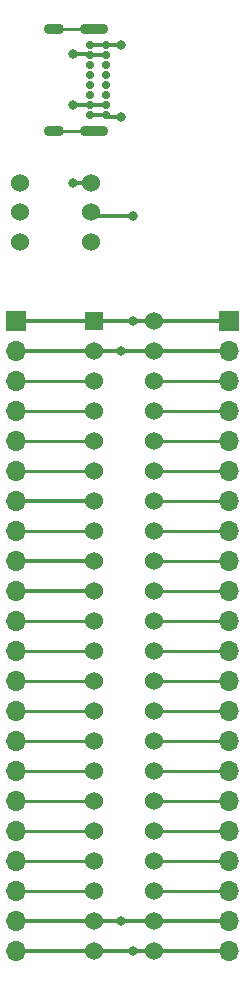
<source format=gbr>
G04 #@! TF.GenerationSoftware,KiCad,Pcbnew,(5.1.8)-1*
G04 #@! TF.CreationDate,2024-04-11T16:50:30-06:00*
G04 #@! TF.ProjectId,Breadboard Adapter,42726561-6462-46f6-9172-642041646170,rev?*
G04 #@! TF.SameCoordinates,Original*
G04 #@! TF.FileFunction,Copper,L1,Top*
G04 #@! TF.FilePolarity,Positive*
%FSLAX46Y46*%
G04 Gerber Fmt 4.6, Leading zero omitted, Abs format (unit mm)*
G04 Created by KiCad (PCBNEW (5.1.8)-1) date 2024-04-11 16:50:30*
%MOMM*%
%LPD*%
G01*
G04 APERTURE LIST*
G04 #@! TA.AperFunction,ComponentPad*
%ADD10C,1.524000*%
G04 #@! TD*
G04 #@! TA.AperFunction,ComponentPad*
%ADD11R,1.524000X1.524000*%
G04 #@! TD*
G04 #@! TA.AperFunction,ComponentPad*
%ADD12O,1.700000X1.700000*%
G04 #@! TD*
G04 #@! TA.AperFunction,ComponentPad*
%ADD13R,1.700000X1.700000*%
G04 #@! TD*
G04 #@! TA.AperFunction,ComponentPad*
%ADD14O,1.700000X0.900000*%
G04 #@! TD*
G04 #@! TA.AperFunction,ComponentPad*
%ADD15O,2.400000X0.900000*%
G04 #@! TD*
G04 #@! TA.AperFunction,ComponentPad*
%ADD16C,0.700000*%
G04 #@! TD*
G04 #@! TA.AperFunction,ViaPad*
%ADD17C,0.800000*%
G04 #@! TD*
G04 #@! TA.AperFunction,Conductor*
%ADD18C,0.330200*%
G04 #@! TD*
G04 #@! TA.AperFunction,Conductor*
%ADD19C,0.250000*%
G04 #@! TD*
G04 APERTURE END LIST*
D10*
G04 #@! TO.P,J1,44*
G04 #@! TO.N,/5+*
X105410000Y-38100000D03*
G04 #@! TO.P,J1,43*
G04 #@! TO.N,/GND*
X105410000Y-40640000D03*
G04 #@! TO.P,J1,42*
G04 #@! TO.N,/IORD*
X105410000Y-43180000D03*
G04 #@! TO.P,J1,41*
G04 #@! TO.N,/IOWR*
X105410000Y-45720000D03*
G04 #@! TO.P,J1,40*
G04 #@! TO.N,/A7*
X105410000Y-48260000D03*
G04 #@! TO.P,J1,39*
G04 #@! TO.N,/A6*
X105410000Y-50800000D03*
G04 #@! TO.P,J1,38*
G04 #@! TO.N,/A5*
X105410000Y-53340000D03*
G04 #@! TO.P,J1,37*
G04 #@! TO.N,/A4*
X105410000Y-55880000D03*
G04 #@! TO.P,J1,36*
G04 #@! TO.N,/A3*
X105410000Y-58420000D03*
G04 #@! TO.P,J1,35*
G04 #@! TO.N,/A2*
X105410000Y-60960000D03*
G04 #@! TO.P,J1,34*
G04 #@! TO.N,/A1*
X105410000Y-63500000D03*
G04 #@! TO.P,J1,33*
G04 #@! TO.N,/A0*
X105410000Y-66040000D03*
G04 #@! TO.P,J1,32*
G04 #@! TO.N,/D7*
X105410000Y-68580000D03*
G04 #@! TO.P,J1,31*
G04 #@! TO.N,/D6*
X105410000Y-71120000D03*
G04 #@! TO.P,J1,30*
G04 #@! TO.N,/D5*
X105410000Y-73660000D03*
G04 #@! TO.P,J1,29*
G04 #@! TO.N,/D4*
X105410000Y-76200000D03*
G04 #@! TO.P,J1,28*
G04 #@! TO.N,/D3*
X105410000Y-78740000D03*
G04 #@! TO.P,J1,27*
G04 #@! TO.N,/D2*
X105410000Y-81280000D03*
G04 #@! TO.P,J1,26*
G04 #@! TO.N,/D1*
X105410000Y-83820000D03*
G04 #@! TO.P,J1,25*
G04 #@! TO.N,/D0*
X105410000Y-86360000D03*
G04 #@! TO.P,J1,24*
G04 #@! TO.N,/GND*
X105410000Y-88900000D03*
G04 #@! TO.P,J1,23*
G04 #@! TO.N,/5+*
X105410000Y-91440000D03*
G04 #@! TO.P,J1,22*
X100330000Y-91440000D03*
G04 #@! TO.P,J1,21*
G04 #@! TO.N,/GND*
X100330000Y-88900000D03*
G04 #@! TO.P,J1,20*
G04 #@! TO.N,/D0_*
X100330000Y-86360000D03*
G04 #@! TO.P,J1,19*
G04 #@! TO.N,/D1_*
X100330000Y-83820000D03*
G04 #@! TO.P,J1,18*
G04 #@! TO.N,/D2_*
X100330000Y-81280000D03*
G04 #@! TO.P,J1,17*
G04 #@! TO.N,/D3_*
X100330000Y-78740000D03*
G04 #@! TO.P,J1,15*
G04 #@! TO.N,/D5_*
X100330000Y-73660000D03*
G04 #@! TO.P,J1,14*
G04 #@! TO.N,/D6_*
X100330000Y-71120000D03*
G04 #@! TO.P,J1,13*
G04 #@! TO.N,/D7_*
X100330000Y-68580000D03*
G04 #@! TO.P,J1,12*
G04 #@! TO.N,/A0_*
X100330000Y-66040000D03*
G04 #@! TO.P,J1,11*
G04 #@! TO.N,/A1_*
X100330000Y-63500000D03*
G04 #@! TO.P,J1,10*
G04 #@! TO.N,/A2_*
X100330000Y-60960000D03*
G04 #@! TO.P,J1,9*
G04 #@! TO.N,/A3_*
X100330000Y-58420000D03*
G04 #@! TO.P,J1,16*
G04 #@! TO.N,/D4_*
X100330000Y-76200000D03*
D11*
G04 #@! TO.P,J1,1*
G04 #@! TO.N,/5+*
X100330000Y-38100000D03*
D10*
G04 #@! TO.P,J1,2*
G04 #@! TO.N,/GND*
X100330000Y-40640000D03*
G04 #@! TO.P,J1,3*
G04 #@! TO.N,/IORD_*
X100330000Y-43180000D03*
G04 #@! TO.P,J1,4*
G04 #@! TO.N,/IOWR_*
X100330000Y-45720000D03*
G04 #@! TO.P,J1,5*
G04 #@! TO.N,/A7_*
X100330000Y-48260000D03*
G04 #@! TO.P,J1,6*
G04 #@! TO.N,/A6_*
X100330000Y-50800000D03*
G04 #@! TO.P,J1,7*
G04 #@! TO.N,/A5_*
X100330000Y-53340000D03*
G04 #@! TO.P,J1,8*
G04 #@! TO.N,/A4_*
X100330000Y-55880000D03*
G04 #@! TD*
D12*
G04 #@! TO.P,J4,22*
G04 #@! TO.N,/5+*
X111760000Y-91440000D03*
G04 #@! TO.P,J4,21*
G04 #@! TO.N,/GND*
X111760000Y-88900000D03*
G04 #@! TO.P,J4,20*
G04 #@! TO.N,/D0*
X111760000Y-86360000D03*
G04 #@! TO.P,J4,19*
G04 #@! TO.N,/D1*
X111760000Y-83820000D03*
G04 #@! TO.P,J4,18*
G04 #@! TO.N,/D2*
X111760000Y-81280000D03*
G04 #@! TO.P,J4,17*
G04 #@! TO.N,/D3*
X111760000Y-78740000D03*
G04 #@! TO.P,J4,16*
G04 #@! TO.N,/D4*
X111760000Y-76200000D03*
G04 #@! TO.P,J4,15*
G04 #@! TO.N,/D5*
X111760000Y-73660000D03*
G04 #@! TO.P,J4,14*
G04 #@! TO.N,/D6*
X111760000Y-71120000D03*
G04 #@! TO.P,J4,13*
G04 #@! TO.N,/D7*
X111760000Y-68580000D03*
G04 #@! TO.P,J4,12*
G04 #@! TO.N,/A0*
X111760000Y-66040000D03*
G04 #@! TO.P,J4,11*
G04 #@! TO.N,/A1*
X111760000Y-63500000D03*
G04 #@! TO.P,J4,10*
G04 #@! TO.N,/A2*
X111760000Y-60960000D03*
G04 #@! TO.P,J4,9*
G04 #@! TO.N,/A3*
X111760000Y-58420000D03*
G04 #@! TO.P,J4,8*
G04 #@! TO.N,/A4*
X111760000Y-55880000D03*
G04 #@! TO.P,J4,7*
G04 #@! TO.N,/A5*
X111760000Y-53340000D03*
G04 #@! TO.P,J4,6*
G04 #@! TO.N,/A6*
X111760000Y-50800000D03*
G04 #@! TO.P,J4,5*
G04 #@! TO.N,/A7*
X111760000Y-48260000D03*
G04 #@! TO.P,J4,4*
G04 #@! TO.N,/IOWR*
X111760000Y-45720000D03*
G04 #@! TO.P,J4,3*
G04 #@! TO.N,/IORD*
X111760000Y-43180000D03*
G04 #@! TO.P,J4,2*
G04 #@! TO.N,/GND*
X111760000Y-40640000D03*
D13*
G04 #@! TO.P,J4,1*
G04 #@! TO.N,/5+*
X111760000Y-38100000D03*
G04 #@! TD*
D12*
G04 #@! TO.P,J3,22*
G04 #@! TO.N,/5+*
X93726000Y-91440000D03*
G04 #@! TO.P,J3,21*
G04 #@! TO.N,/GND*
X93726000Y-88900000D03*
G04 #@! TO.P,J3,20*
G04 #@! TO.N,/D0_*
X93726000Y-86360000D03*
G04 #@! TO.P,J3,19*
G04 #@! TO.N,/D1_*
X93726000Y-83820000D03*
G04 #@! TO.P,J3,18*
G04 #@! TO.N,/D2_*
X93726000Y-81280000D03*
G04 #@! TO.P,J3,17*
G04 #@! TO.N,/D3_*
X93726000Y-78740000D03*
G04 #@! TO.P,J3,16*
G04 #@! TO.N,/D4_*
X93726000Y-76200000D03*
G04 #@! TO.P,J3,15*
G04 #@! TO.N,/D5_*
X93726000Y-73660000D03*
G04 #@! TO.P,J3,14*
G04 #@! TO.N,/D6_*
X93726000Y-71120000D03*
G04 #@! TO.P,J3,13*
G04 #@! TO.N,/D7_*
X93726000Y-68580000D03*
G04 #@! TO.P,J3,12*
G04 #@! TO.N,/A0_*
X93726000Y-66040000D03*
G04 #@! TO.P,J3,11*
G04 #@! TO.N,/A1_*
X93726000Y-63500000D03*
G04 #@! TO.P,J3,10*
G04 #@! TO.N,/A2_*
X93726000Y-60960000D03*
G04 #@! TO.P,J3,9*
G04 #@! TO.N,/A3_*
X93726000Y-58420000D03*
G04 #@! TO.P,J3,8*
G04 #@! TO.N,/A4_*
X93726000Y-55880000D03*
G04 #@! TO.P,J3,7*
G04 #@! TO.N,/A5_*
X93726000Y-53340000D03*
G04 #@! TO.P,J3,6*
G04 #@! TO.N,/A6_*
X93726000Y-50800000D03*
G04 #@! TO.P,J3,5*
G04 #@! TO.N,/A7_*
X93726000Y-48260000D03*
G04 #@! TO.P,J3,4*
G04 #@! TO.N,/IOWR_*
X93726000Y-45720000D03*
G04 #@! TO.P,J3,3*
G04 #@! TO.N,/IORD_*
X93726000Y-43180000D03*
G04 #@! TO.P,J3,2*
G04 #@! TO.N,/GND*
X93726000Y-40640000D03*
D13*
G04 #@! TO.P,J3,1*
G04 #@! TO.N,/5+*
X93726000Y-38100000D03*
G04 #@! TD*
D10*
G04 #@! TO.P,SW1,6*
G04 #@! TO.N,Net-(SW1-Pad6)*
X94076000Y-31416000D03*
G04 #@! TO.P,SW1,5*
G04 #@! TO.N,Net-(SW1-Pad5)*
X94076000Y-28916000D03*
G04 #@! TO.P,SW1,4*
G04 #@! TO.N,Net-(SW1-Pad4)*
X94076000Y-26416000D03*
G04 #@! TO.P,SW1,3*
G04 #@! TO.N,/POWER_SUPPLY*
X100076000Y-26416000D03*
G04 #@! TO.P,SW1,2*
G04 #@! TO.N,/5+*
X100076000Y-28916000D03*
G04 #@! TO.P,SW1,1*
G04 #@! TO.N,Net-(SW1-Pad1)*
X100076000Y-31416000D03*
G04 #@! TD*
D14*
G04 #@! TO.P,J2,S1*
G04 #@! TO.N,Net-(J2-PadS1)*
X96986000Y-22032000D03*
X96986000Y-13382000D03*
D15*
X100366000Y-22032000D03*
X100366000Y-13382000D03*
D16*
G04 #@! TO.P,J2,B6*
G04 #@! TO.N,Net-(J2-PadB6)*
X99996000Y-18132000D03*
G04 #@! TO.P,J2,B1*
G04 #@! TO.N,/GND*
X99996000Y-20682000D03*
G04 #@! TO.P,J2,B4*
G04 #@! TO.N,/POWER_SUPPLY*
X99996000Y-19832000D03*
G04 #@! TO.P,J2,B5*
G04 #@! TO.N,Net-(J2-PadB5)*
X99996000Y-18982000D03*
G04 #@! TO.P,J2,B12*
G04 #@! TO.N,/GND*
X99996000Y-14732000D03*
G04 #@! TO.P,J2,B8*
G04 #@! TO.N,Net-(J2-PadB8)*
X99996000Y-16432000D03*
G04 #@! TO.P,J2,B7*
G04 #@! TO.N,Net-(J2-PadB7)*
X99996000Y-17282000D03*
G04 #@! TO.P,J2,B9*
G04 #@! TO.N,/POWER_SUPPLY*
X99996000Y-15582000D03*
G04 #@! TO.P,J2,A12*
G04 #@! TO.N,/GND*
X101346000Y-20682000D03*
G04 #@! TO.P,J2,A9*
G04 #@! TO.N,/POWER_SUPPLY*
X101346000Y-19832000D03*
G04 #@! TO.P,J2,A8*
G04 #@! TO.N,Net-(J2-PadA8)*
X101346000Y-18982000D03*
G04 #@! TO.P,J2,A7*
G04 #@! TO.N,Net-(J2-PadA7)*
X101346000Y-18132000D03*
G04 #@! TO.P,J2,A6*
G04 #@! TO.N,Net-(J2-PadA6)*
X101346000Y-17282000D03*
G04 #@! TO.P,J2,A5*
G04 #@! TO.N,Net-(J2-PadA5)*
X101346000Y-16432000D03*
G04 #@! TO.P,J2,A4*
G04 #@! TO.N,/POWER_SUPPLY*
X101346000Y-15582000D03*
G04 #@! TO.P,J2,A1*
G04 #@! TO.N,/GND*
X101346000Y-14732000D03*
G04 #@! TD*
D17*
G04 #@! TO.N,/GND*
X102616000Y-14732000D03*
X102616000Y-20828000D03*
X102616000Y-88900000D03*
X102616000Y-40640000D03*
G04 #@! TO.N,/POWER_SUPPLY*
X98552000Y-26416000D03*
X98552000Y-19812000D03*
X98552000Y-15494000D03*
G04 #@! TO.N,/5+*
X103632000Y-29210000D03*
X103632000Y-91440000D03*
X103632000Y-38100000D03*
G04 #@! TD*
D18*
G04 #@! TO.N,/GND*
X102616000Y-14732000D02*
X101346000Y-14732000D01*
X101346000Y-14732000D02*
X99996000Y-14732000D01*
X101492000Y-20828000D02*
X101346000Y-20682000D01*
X102616000Y-20828000D02*
X101492000Y-20828000D01*
X101346000Y-20682000D02*
X99996000Y-20682000D01*
X99996000Y-20682000D02*
X99968000Y-20682000D01*
X93980000Y-88900000D02*
X100330000Y-88900000D01*
X100330000Y-40640000D02*
X93980000Y-40640000D01*
X100330000Y-88900000D02*
X102616000Y-88900000D01*
X102616000Y-88900000D02*
X105410000Y-88900000D01*
X105410000Y-88900000D02*
X111760000Y-88900000D01*
X105410000Y-40640000D02*
X111760000Y-40640000D01*
X100330000Y-40640000D02*
X105410000Y-40640000D01*
D19*
G04 #@! TO.N,Net-(J2-PadS1)*
X100366000Y-22032000D02*
X96986000Y-22032000D01*
X96986000Y-13382000D02*
X100366000Y-13382000D01*
D18*
G04 #@! TO.N,/POWER_SUPPLY*
X99996000Y-19832000D02*
X101346000Y-19832000D01*
X99996000Y-15582000D02*
X101346000Y-15582000D01*
X98552000Y-26416000D02*
X100076000Y-26416000D01*
X99996000Y-19832000D02*
X98572000Y-19832000D01*
X99908000Y-15494000D02*
X98552000Y-15494000D01*
X99996000Y-15582000D02*
X99908000Y-15494000D01*
D19*
G04 #@! TO.N,/A0*
X105410000Y-66040000D02*
X111760000Y-66040000D01*
G04 #@! TO.N,/A1*
X105410000Y-63500000D02*
X111760000Y-63500000D01*
G04 #@! TO.N,/A2*
X105410000Y-60960000D02*
X111760000Y-60960000D01*
G04 #@! TO.N,/A3*
X105410000Y-58420000D02*
X111760000Y-58420000D01*
G04 #@! TO.N,/A4*
X105410000Y-55880000D02*
X111760000Y-55880000D01*
G04 #@! TO.N,/A5*
X105410000Y-53340000D02*
X111760000Y-53340000D01*
G04 #@! TO.N,/A6*
X105410000Y-50800000D02*
X111760000Y-50800000D01*
G04 #@! TO.N,/A7*
X105410000Y-48260000D02*
X111760000Y-48260000D01*
G04 #@! TO.N,/D0*
X105410000Y-86360000D02*
X111760000Y-86360000D01*
G04 #@! TO.N,/D1*
X105410000Y-83820000D02*
X111760000Y-83820000D01*
G04 #@! TO.N,/D2*
X105410000Y-81280000D02*
X111760000Y-81280000D01*
G04 #@! TO.N,/D3*
X105410000Y-78740000D02*
X111760000Y-78740000D01*
G04 #@! TO.N,/D4*
X105410000Y-76200000D02*
X111760000Y-76200000D01*
G04 #@! TO.N,/D5*
X105410000Y-73660000D02*
X111760000Y-73660000D01*
G04 #@! TO.N,/D6*
X105410000Y-71120000D02*
X111760000Y-71120000D01*
G04 #@! TO.N,/D7*
X105410000Y-68580000D02*
X111760000Y-68580000D01*
D18*
G04 #@! TO.N,/5+*
X105410000Y-38100000D02*
X111760000Y-38100000D01*
X100036000Y-28956000D02*
X100076000Y-28916000D01*
X100330000Y-91440000D02*
X93980000Y-91440000D01*
X105410000Y-91440000D02*
X111760000Y-91440000D01*
X100330000Y-91440000D02*
X105410000Y-91440000D01*
X100330000Y-38100000D02*
X105410000Y-38100000D01*
X100330000Y-38100000D02*
X93726000Y-38100000D01*
X100330000Y-29210000D02*
X103632000Y-29210000D01*
X100076000Y-28956000D02*
X100330000Y-29210000D01*
X100076000Y-28916000D02*
X100076000Y-28956000D01*
D19*
G04 #@! TO.N,/IORD*
X105410000Y-43180000D02*
X111760000Y-43180000D01*
G04 #@! TO.N,/IOWR*
X105410000Y-45720000D02*
X111760000Y-45720000D01*
G04 #@! TO.N,/D0_*
X100330000Y-86360000D02*
X93980000Y-86360000D01*
G04 #@! TO.N,/D1_*
X93980000Y-83820000D02*
X100330000Y-83820000D01*
G04 #@! TO.N,/D2_*
X100330000Y-81280000D02*
X93980000Y-81280000D01*
G04 #@! TO.N,/D3_*
X93980000Y-78740000D02*
X100330000Y-78740000D01*
G04 #@! TO.N,/D5_*
X93980000Y-73660000D02*
X100330000Y-73660000D01*
G04 #@! TO.N,/D6_*
X100330000Y-71120000D02*
X93980000Y-71120000D01*
G04 #@! TO.N,/D7_*
X93980000Y-68580000D02*
X100330000Y-68580000D01*
G04 #@! TO.N,/A0_*
X100330000Y-66040000D02*
X93980000Y-66040000D01*
G04 #@! TO.N,/A1_*
X93980000Y-63500000D02*
X100330000Y-63500000D01*
D18*
G04 #@! TO.N,/A2_*
X93980000Y-60960000D02*
X100330000Y-60960000D01*
G04 #@! TO.N,/A3_*
X93980000Y-58420000D02*
X100330000Y-58420000D01*
D19*
G04 #@! TO.N,/D4_*
X100330000Y-76200000D02*
X93980000Y-76200000D01*
G04 #@! TO.N,/IORD_*
X93980000Y-43180000D02*
X100330000Y-43180000D01*
G04 #@! TO.N,/IOWR_*
X100330000Y-45720000D02*
X93980000Y-45720000D01*
G04 #@! TO.N,/A7_*
X93980000Y-48260000D02*
X100330000Y-48260000D01*
G04 #@! TO.N,/A6_*
X100330000Y-50800000D02*
X93980000Y-50800000D01*
D18*
G04 #@! TO.N,/A5_*
X93980000Y-53340000D02*
X100330000Y-53340000D01*
D19*
G04 #@! TO.N,/A4_*
X100330000Y-55880000D02*
X93980000Y-55880000D01*
G04 #@! TD*
M02*

</source>
